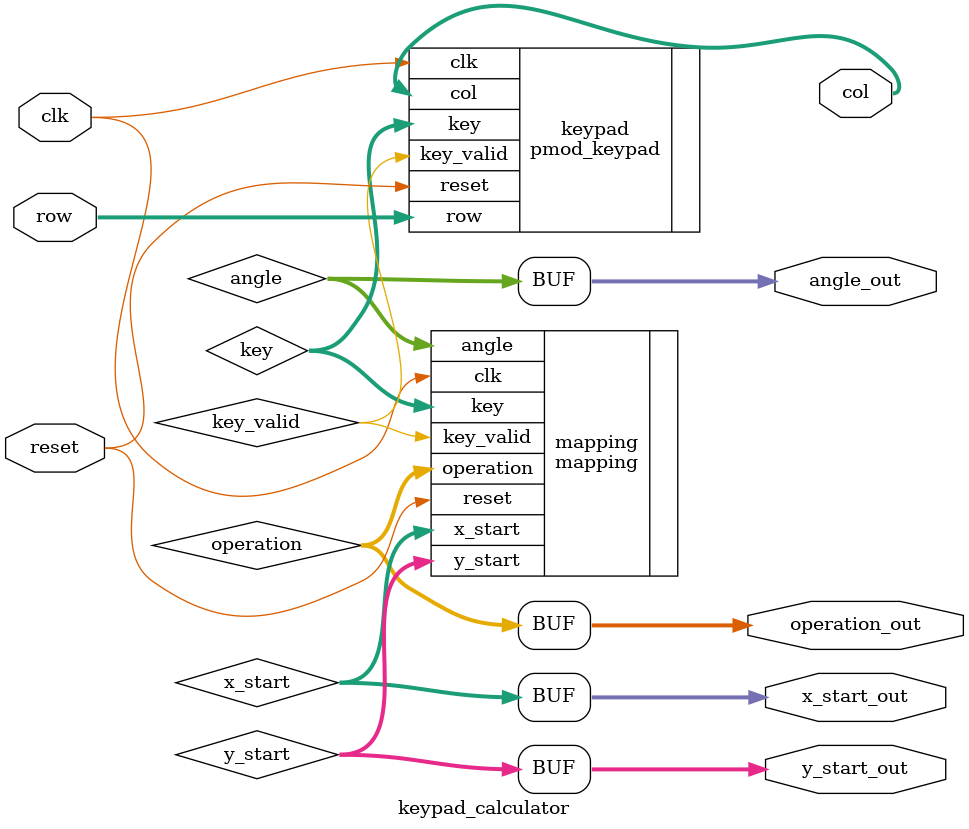
<source format=v>
module keypad_calculator(
    input clk,              
    input reset,            
    input [3:0] row,       
    
    output [3:0] col,       
    
    output [31:0] angle_out,
    output [21:0] x_start_out,
    output [21:0] y_start_out,
    output [1:0] operation_out

);

    wire [3:0] key;
    wire       key_valid;
    wire [1:0] operation;
    wire [31:0] angle;
    wire [21:0] x_start, y_start;
    

    pmod_keypad keypad (
        .clk(clk),
        .reset(reset),

        .row(row),
        .col(col),

        .key(key),
        .key_valid(key_valid)
    );
    
    mapping mapping (
        .clk(clk),
        .reset(reset),

        .key(key),
        .key_valid(key_valid),


        .angle(angle),
        .x_start(x_start),
        .y_start(y_start),
        .operation(operation)

    );
    
    assign operation_out = operation;
    assign angle_out = angle;
    assign x_start_out = x_start;
    assign y_start_out = y_start;
endmodule

</source>
